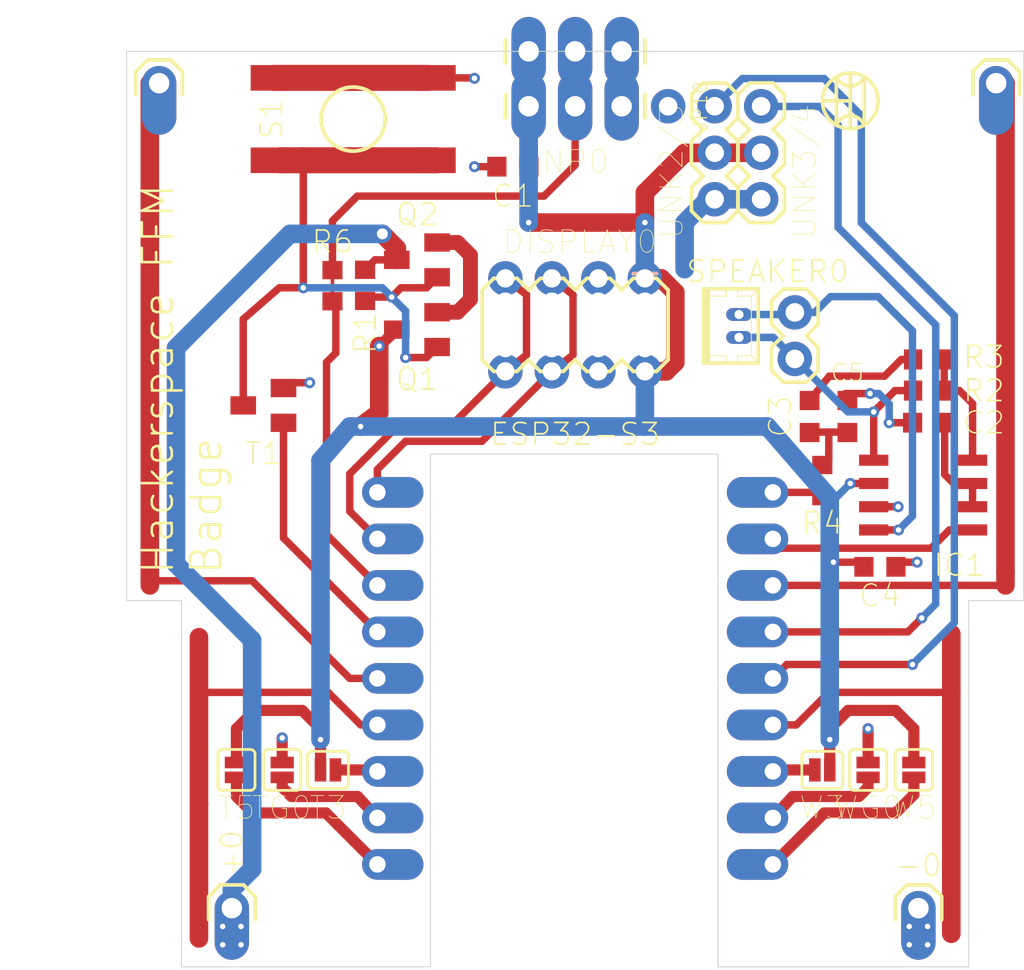
<source format=kicad_pcb>
(kicad_pcb (version 20241229) (generator "pcbnew") (generator_version "9.0")
  (layers (0 "F.Cu" signal) (2 "B.Cu" signal) (13 "F.Paste" user) (15 "B.Paste" user) (5 "F.SilkS" user "F.Silkscreen") (7 "B.SilkS" user "B.Silkscreen") (1 "F.Mask" user) (3 "B.Mask" user) (25 "Edge.Cuts" user))
  (net 0 "")
  (net 1 "GND")
  (net 2 "VCC")
  (net 3 "N$1")
  (net 4 "N$4")
  (net 5 "N$2")
  (net 6 "N$3")
  (net 7 "SCK")
  (net 8 "SDA")
  (net 9 "N$5")
  (net 10 "N$7")
  (net 11 "N$8")
  (net 12 "N$6")
  (net 13 "N$10")
  (net 14 "A")
  (net 15 "B")
  (net 16 "D")
  (net 17 "C")
  (net 18 "PWR")
  (net 19 "NP")
  (net 20 "2/3")
  (net 21 "3/4")
  (net 22 "N$9")
  (net 23 "N$11")
  (net 24 "N$12")
  (net 25 "N$13")
  (net 26 "SHUTDOWN")
  (net 27 "N$14")
  (net 28 "N$15")
  (net 29 "AUDIO")
  (net 30 "N$16")
  (footprint "dummyfp4" (layer "F.Cu") (at 135.2511 127.9536)
    (property "Reference" "UNK_HOLE_4" (hide yes))
    (property "Value" "")
    (pad "" np_thru_hole circle (at 0 0) (size 2.7 2.7) (drill 2.7) (layers "*.Cu" "*.Mask"))
  )
  (footprint "R0603" (layer "F.Cu") (at 137.0271 92.7856 90)
    (property "Reference" "R1" (at -1.397 0 90) (layer "F.SilkS") (effects (font (size 1.176528 1.176528) (thickness 0.093472)) (justify right)))
    (property "Value" "22K")
    (pad "1" smd rect (at -0.85 0 90) (size 1 1.1) (layers "F.Cu" "F.Mask" "F.Paste") (net 11 "N$8"))
    (pad "2" smd rect (at 0.85 0 90) (size 1 1.1) (layers "F.Cu" "F.Mask" "F.Paste") (net 10 "N$7"))
  )
  (footprint "JTP-1138EM" (layer "F.Cu") (at 136.3791 83.7036 180)
    (property "Reference" "S1" (at 5.148 0 90) (layer "F.SilkS") (effects (font (size 1.176528 1.176528) (thickness 0.093472)) (justify top)))
    (property "Value" "")
    (pad "1" smd rect (at -4.55 -2.25 180) (size 2.1 1.4) (layers "F.Cu" "F.Mask" "F.Paste") (net 11 "N$8"))
    (pad "2" smd rect (at 4.55 -2.25 180) (size 2.1 1.4) (layers "F.Cu" "F.Mask" "F.Paste") (net 11 "N$8"))
    (pad "3" smd rect (at -4.55 2.25 180) (size 2.1 1.4) (layers "F.Cu" "F.Mask" "F.Paste") (net 1 "GND"))
    (pad "4" smd rect (at 4.55 2.25 180) (size 2.1 1.4) (layers "F.Cu" "F.Mask" "F.Paste") (net 1 "GND"))
  )
  (footprint "C0603K" (layer "F.Cu") (at 163.3711 99.9496 90)
    (property "Reference" "C5" (at 1.838 0 0) (layer "F.SilkS") (effects (font (size 0.941222 0.941222) (thickness 0.074778)) (justify bottom)))
    (property "Value" "1nF")
    (pad "1" smd rect (at -0.875 0 90) (size 1.05 1.08) (layers "F.Cu" "F.Mask" "F.Paste") (net 28 "N$15"))
    (pad "2" smd rect (at 0.875 0 90) (size 1.05 1.08) (layers "F.Cu" "F.Mask" "F.Paste") (net 1 "GND"))
  )
  (footprint "C0603K" (layer "F.Cu") (at 145.1011 86.3036 180)
    (property "Reference" "C1" (at 0 -0.898 0) (layer "F.SilkS") (effects (font (size 1.195222 1.195222) (thickness 0.074778)) (justify top)))
    (property "Value" "1µF")
    (pad "1" smd rect (at -0.875 0 180) (size 1.05 1.08) (layers "F.Cu" "F.Mask" "F.Paste") (net 2 "VCC"))
    (pad "2" smd rect (at 0.875 0 180) (size 1.05 1.08) (layers "F.Cu" "F.Mask" "F.Paste") (net 1 "GND"))
  )
  (footprint "C0603K" (layer "F.Cu") (at 167.8091 100.2876 180)
    (property "Reference" "C2" (at -1.808 0 0) (layer "F.SilkS") (effects (font (size 1.195222 1.195222) (thickness 0.074778)) (justify left)))
    (property "Value" "1µF")
    (pad "1" smd rect (at -0.875 0 180) (size 1.05 1.08) (layers "F.Cu" "F.Mask" "F.Paste") (net 25 "N$13"))
    (pad "2" smd rect (at 0.875 0 180) (size 1.05 1.08) (layers "F.Cu" "F.Mask" "F.Paste") (net 1 "GND"))
  )
  (footprint "dummyfp6" (layer "F.Cu") (at 129.0011 83.5036)
    (property "Reference" "UNK_HOLE_6" (hide yes))
    (property "Value" "")
    (pad "" np_thru_hole circle (at 0 0) (size 2.7 2.7) (drill 2.7) (layers "*.Cu" "*.Mask"))
  )
  (footprint "SMT-JUMPER_2_NO_SILK" (layer "F.Cu") (at 164.5011 119.2536 -90)
    (property "Reference" "WG0" (at 1.343 0 0) (layer "F.SilkS") (effects (font (size 1.230986 1.230986) (thickness 0.039014)) (justify top)))
    (property "Value" "JUMPER-SMT_2_NO_SILK" (hide yes))
    (pad "1" smd rect (at -0.4064 0 270) (size 0.635 1.27) (layers "F.Cu" "F.Mask") (net 1 "GND"))
    (pad "2" smd rect (at 0.4064 0 270) (size 0.635 1.27) (layers "F.Cu" "F.Mask") (net 4 "N$4"))
  )
  (footprint "C0603K" (layer "F.Cu") (at 165.1491 108.1596)
    (property "Reference" "C4" (at 0 0.874 0) (layer "F.SilkS") (effects (font (size 1.195222 1.195222) (thickness 0.074778)) (justify top)))
    (property "Value" "1µF")
    (pad "1" smd rect (at -0.875 0) (size 1.05 1.08) (layers "F.Cu" "F.Mask" "F.Paste") (net 2 "VCC"))
    (pad "2" smd rect (at 0.875 0) (size 1.05 1.08) (layers "F.Cu" "F.Mask" "F.Paste") (net 1 "GND"))
  )
  (footprint "ESP32-S3-MINI" (layer "F.Cu") (at 148.5011 126.0036 180)
    (property "Reference" "ESP32-S3" (at 0 25.781 0) (layer "F.SilkS") (effects (font (size 1.176528 1.176528) (thickness 0.093472)) (justify top)))
    (property "Value" "ESP32-S3-MINI")
    (pad "1" thru_hole oval (at -10.8 9.21 180) (size 3.3528 1.6764) (drill 0.9 (offset 0.8382 0)) (layers "*.Cu" "*.Mask") (net 14 "A"))
    (pad "2" thru_hole oval (at -10.8 11.75 180) (size 3.3528 1.6764) (drill 0.9 (offset 0.8382 0)) (layers "*.Cu" "*.Mask") (net 20 "2/3"))
    (pad "3" thru_hole oval (at -10.8 14.29 180) (size 3.3528 1.6764) (drill 0.9 (offset 0.8382 0)) (layers "*.Cu" "*.Mask") (net 21 "3/4"))
    (pad "3V3" thru_hole oval (at -10.8 6.67 180) (size 3.3528 1.6764) (drill 0.9 (offset 0.8382 0)) (layers "*.Cu" "*.Mask") (net 3 "N$1"))
    (pad "4" thru_hole oval (at -10.8 16.83 180) (size 3.3528 1.6764) (drill 0.9 (offset 0.8382 0)) (layers "*.Cu" "*.Mask") (net 15 "B"))
    (pad "5" thru_hole oval (at -10.8 19.37 180) (size 3.3528 1.6764) (drill 0.9 (offset 0.8382 0)) (layers "*.Cu" "*.Mask") (net 26 "SHUTDOWN"))
    (pad "5V" thru_hole oval (at -10.8 1.59 180) (size 3.3528 1.6764) (drill 0.9 (offset 0.8382 0)) (layers "*.Cu" "*.Mask") (net 12 "N$6"))
    (pad "6" thru_hole oval (at -10.8 21.91 180) (size 3.3528 1.6764) (drill 0.9 (offset 0.8382 0)) (layers "*.Cu" "*.Mask") (net 29 "AUDIO"))
    (pad "7" thru_hole oval (at 10.8 21.91) (size 3.3528 1.6764) (drill 0.9 (offset 0.8382 0)) (layers "*.Cu" "*.Mask") (net 7 "SCK"))
    (pad "8" thru_hole oval (at 10.8 19.37) (size 3.3528 1.6764) (drill 0.9 (offset 0.8382 0)) (layers "*.Cu" "*.Mask") (net 8 "SDA"))
    (pad "9" thru_hole oval (at 10.8 16.83) (size 3.3528 1.6764) (drill 0.9 (offset 0.8382 0)) (layers "*.Cu" "*.Mask") (net 19 "NP"))
    (pad "10" thru_hole oval (at 10.8 14.29) (size 3.3528 1.6764) (drill 0.9 (offset 0.8382 0)) (layers "*.Cu" "*.Mask") (net 18 "PWR"))
    (pad "11" thru_hole oval (at 10.8 11.75) (size 3.3528 1.6764) (drill 0.9 (offset 0.8382 0)) (layers "*.Cu" "*.Mask") (net 16 "D"))
    (pad "12" thru_hole oval (at 10.8 9.21) (size 3.3528 1.6764) (drill 0.9 (offset 0.8382 0)) (layers "*.Cu" "*.Mask") (net 17 "C"))
    (pad "13" thru_hole oval (at 10.8 6.67) (size 3.3528 1.6764) (drill 0.9 (offset 0.8382 0)) (layers "*.Cu" "*.Mask") (net 5 "N$2"))
    (pad "GND" thru_hole oval (at -10.8 4.13 180) (size 3.3528 1.6764) (drill 0.9 (offset 0.8382 0)) (layers "*.Cu" "*.Mask") (net 4 "N$4"))
    (pad "RX" thru_hole oval (at 10.8 4.13) (size 3.3528 1.6764) (drill 0.9 (offset 0.8382 0)) (layers "*.Cu" "*.Mask") (net 6 "N$3"))
    (pad "TX" thru_hole oval (at 10.8 1.59) (size 3.3528 1.6764) (drill 0.9 (offset 0.8382 0)) (layers "*.Cu" "*.Mask") (net 13 "N$10"))
  )
  (footprint "dummyfp7" (layer "F.Cu") (at 168.0011 83.5036)
    (property "Reference" "UNK_HOLE_7" (hide yes))
    (property "Value" "")
    (pad "" np_thru_hole circle (at 0 0) (size 2.7 2.7) (drill 2.7) (layers "*.Cu" "*.Mask"))
  )
  (footprint "SMT-JUMPER_2_NO_SILK" (layer "F.Cu") (at 167.0011 119.2536 -90)
    (property "Reference" "W5" (at 1.343 0 0) (layer "F.SilkS") (effects (font (size 1.230986 1.230986) (thickness 0.039014)) (justify top)))
    (property "Value" "JUMPER-SMT_2_NO_SILK" (hide yes))
    (pad "1" smd rect (at -0.4064 0 270) (size 0.635 1.27) (layers "F.Cu" "F.Mask") (net 2 "VCC"))
    (pad "2" smd rect (at 0.4064 0 270) (size 0.635 1.27) (layers "F.Cu" "F.Mask") (net 12 "N$6"))
  )
  (footprint "1X03_LONGPADS" (layer "F.Cu") (at 151.0411 83.0036 180)
    (property "Reference" "NP0" (at 2.518 -2.306 0) (layer "F.SilkS") (effects (font (size 1.230986 1.230986) (thickness 0.039014)) (justify top)))
    (property "Value" "455-1750-1-ND")
    (pad "1" thru_hole oval (at 0 0 270) (size 3.7592 1.8796) (drill 1.1176) (layers "*.Cu" "*.Mask") (net 1 "GND"))
    (pad "2" thru_hole oval (at 2.54 0 270) (size 3.7592 1.8796) (drill 1.1176) (layers "*.Cu" "*.Mask") (net 30 "N$16"))
    (pad "3" thru_hole oval (at 5.08 0 270) (size 3.7592 1.8796) (drill 1.1176) (layers "*.Cu" "*.Mask") (net 2 "VCC"))
  )
  (footprint "1X01_OFFSET" (layer "F.Cu") (at 129.7511 126.8036 180)
    (property "Reference" "+0" (at 0 1.6418 90) (layer "F.SilkS") (effects (font (size 1.176528 1.176528) (thickness 0.093472)) (justify left)))
    (property "Value" "M01OFFSET" (hide yes))
    (pad "1" thru_hole oval (at 0 0 270) (size 3.7592 1.8796) (drill 1.1176 (offset 0.9398 0)) (layers "*.Cu" "*.Mask") (net 10 "N$7"))
  )
  (footprint "C0603K" (layer "F.Cu") (at 161.3091 99.9496 90)
    (property "Reference" "C3" (at 0 -0.904 90) (layer "F.SilkS") (effects (font (size 1.195222 1.195222) (thickness 0.074778)) (justify bottom)))
    (property "Value" "1µF")
    (pad "1" smd rect (at -0.875 0 90) (size 1.05 1.08) (layers "F.Cu" "F.Mask" "F.Paste") (net 28 "N$15"))
    (pad "2" smd rect (at 0.875 0 90) (size 1.05 1.08) (layers "F.Cu" "F.Mask" "F.Paste") (net 27 "N$14"))
  )
  (footprint "SOIC8" (layer "F.Cu") (at 167.5091 104.2416 90)
    (property "Reference" "IC1" (at -3.137 0.487 0) (layer "F.SilkS") (effects (font (size 1.176528 1.176528) (thickness 0.093472)) (justify left top)))
    (property "Value" "LM4861M")
    (pad "1" smd rect (at -1.905 2.7 90) (size 0.61 1.6) (layers "F.Cu" "F.Mask" "F.Paste") (net 26 "SHUTDOWN"))
    (pad "2" smd rect (at -0.635 2.7 90) (size 0.61 1.6) (layers "F.Cu" "F.Mask" "F.Paste") (net 25 "N$13"))
    (pad "3" smd rect (at 0.635 2.7 90) (size 0.61 1.6) (layers "F.Cu" "F.Mask" "F.Paste") (net 25 "N$13"))
    (pad "4" smd rect (at 1.905 2.7 90) (size 0.61 1.6) (layers "F.Cu" "F.Mask" "F.Paste") (net 24 "N$12"))
    (pad "5" smd rect (at 1.905 -2.7 90) (size 0.61 1.6) (layers "F.Cu" "F.Mask" "F.Paste") (net 23 "N$11"))
    (pad "6" smd rect (at 0.635 -2.7 90) (size 0.61 1.6) (layers "F.Cu" "F.Mask" "F.Paste") (net 2 "VCC"))
    (pad "7" smd rect (at -0.635 -2.7 90) (size 0.61 1.6) (layers "F.Cu" "F.Mask" "F.Paste") (net 1 "GND"))
    (pad "8" smd rect (at -1.905 -2.7 90) (size 0.61 1.6) (layers "F.Cu" "F.Mask" "F.Paste") (net 22 "N$9"))
  )
  (footprint "SMT-JUMPER_2_NO_SILK" (layer "F.Cu") (at 132.5011 119.2536 -90)
    (property "Reference" "TG0" (at 1.343 0.036 0) (layer "F.SilkS") (effects (font (size 1.230986 1.230986) (thickness 0.039014)) (justify top)))
    (property "Value" "JUMPER-SMT_2_NO_SILK" (hide yes))
    (pad "1" smd rect (at -0.4064 0 270) (size 0.635 1.27) (layers "F.Cu" "F.Mask") (net 1 "GND"))
    (pad "2" smd rect (at 0.4064 0 270) (size 0.635 1.27) (layers "F.Cu" "F.Mask") (net 6 "N$3"))
  )
  (footprint "1X03" (layer "F.Cu") (at 158.6611 88.0836 90)
    (property "Reference" "UNK3/4" (at 1.524 1.651 90) (layer "F.SilkS") (effects (font (size 1.230986 1.230986) (thickness 0.039014)) (justify top)))
    (property "Value" "455-1750-1-ND")
    (pad "1" thru_hole circle (at 0 0 180) (size 1.8796 1.8796) (drill 1.016) (layers "*.Cu" "*.Mask") (net 1 "GND"))
    (pad "2" thru_hole circle (at 2.54 0 180) (size 1.8796 1.8796) (drill 1.016) (layers "*.Cu" "*.Mask") (net 2 "VCC"))
    (pad "3" thru_hole circle (at 5.08 0 180) (size 1.8796 1.8796) (drill 1.016) (layers "*.Cu" "*.Mask") (net 21 "3/4"))
  )
  (footprint "SOT23-3PIN" (layer "F.Cu") (at 139.8611 95.2036 90)
    (property "Reference" "Q1" (at -2.019 0.017 0) (layer "F.SilkS") (effects (font (size 1.176528 1.176528) (thickness 0.093472)) (justify top)))
    (property "Value" "AO3415A" (hide yes))
    (pad "1" smd rect (at -0.95 1.1 90) (size 1 1.4) (layers "F.Cu" "F.Mask" "F.Paste") (net 11 "N$8"))
    (pad "2" smd rect (at 0.95 1.1 90) (size 1 1.4) (layers "F.Cu" "F.Mask" "F.Paste") (net 9 "N$5"))
    (pad "3" smd rect (at 0 -1.1 90) (size 1 1.4) (layers "F.Cu" "F.Mask" "F.Paste") (net 2 "VCC"))
  )
  (footprint "2X4-DRILL" (layer "F.Cu") (at 152.3111 93.6736 180)
    (property "Reference" "DISPLAY0" (at 3.556 2.54 0) (layer "F.SilkS") (effects (font (size 1.230986 1.230986) (thickness 0.039014)) (justify bottom)))
    (property "Value" "2X04DRILL")
    (pad "" np_thru_hole circle (at 0 -2.54 180) (size 1 1) (drill 1) (layers "*.Cu" "*.Mask"))
    (pad "" np_thru_hole circle (at 0 0 180) (size 1 1) (drill 1) (layers "*.Cu" "*.Mask"))
    (pad "" np_thru_hole circle (at 2.54 -2.54 180) (size 1 1) (drill 1) (layers "*.Cu" "*.Mask"))
    (pad "" np_thru_hole circle (at 2.54 0 180) (size 1 1) (drill 1) (layers "*.Cu" "*.Mask"))
    (pad "" np_thru_hole circle (at 5.08 -2.54 180) (size 1 1) (drill 1) (layers "*.Cu" "*.Mask"))
    (pad "" np_thru_hole circle (at 5.08 0 180) (size 1 1) (drill 1) (layers "*.Cu" "*.Mask"))
    (pad "" np_thru_hole circle (at 7.62 -2.54 180) (size 1 1) (drill 1) (layers "*.Cu" "*.Mask"))
    (pad "" np_thru_hole circle (at 7.62 0 180) (size 1 1) (drill 1) (layers "*.Cu" "*.Mask"))
    (pad "1A" thru_hole circle (at 0 1.27 180) (size 1.8796 1.8796) (drill 1) (layers "*.Cu" "*.Mask") (net 2 "VCC"))
    (pad "2A" thru_hole circle (at 0 -3.81 180) (size 1.8796 1.8796) (drill 1) (layers "*.Cu" "*.Mask") (net 2 "VCC"))
    (pad "3A" thru_hole circle (at 2.54 1.27 180) (size 1.8796 1.8796) (drill 1) (layers "*.Cu" "*.Mask") (net 1 "GND"))
    (pad "4A" thru_hole circle (at 2.54 -3.81 180) (size 1.8796 1.8796) (drill 1) (layers "*.Cu" "*.Mask") (net 1 "GND"))
    (pad "5A" thru_hole circle (at 5.08 1.27 180) (size 1.8796 1.8796) (drill 1) (layers "*.Cu" "*.Mask") (net 7 "SCK"))
    (pad "6A" thru_hole circle (at 5.08 -3.81 180) (size 1.8796 1.8796) (drill 1) (layers "*.Cu" "*.Mask") (net 7 "SCK"))
    (pad "7A" thru_hole circle (at 7.62 1.27 180) (size 1.8796 1.8796) (drill 1) (layers "*.Cu" "*.Mask") (net 8 "SDA"))
    (pad "8A" thru_hole circle (at 7.62 -3.81 180) (size 1.8796 1.8796) (drill 1) (layers "*.Cu" "*.Mask") (net 8 "SDA"))
  )
  (footprint "dummyfp2" (layer "F.Cu") (at 163.7511 95.4536)
    (property "Reference" "UNK_HOLE_2" (hide yes))
    (property "Value" "")
    (pad "" np_thru_hole circle (at 0 0) (size 3 3) (drill 3) (layers "*.Cu" "*.Mask"))
  )
  (footprint "SMT-JUMPER_2_NO_SILK" (layer "F.Cu") (at 130.0011 119.2536 90)
    (property "Reference" "T5" (at -1.343 0.014 0) (layer "F.SilkS") (effects (font (size 1.230986 1.230986) (thickness 0.039014)) (justify top)))
    (property "Value" "JUMPER-SMT_2_NO_SILK" (hide yes))
    (pad "1" smd rect (at -0.4064 0 90) (size 0.635 1.27) (layers "F.Cu" "F.Mask") (net 13 "N$10"))
    (pad "2" smd rect (at 0.4064 0 90) (size 0.635 1.27) (layers "F.Cu" "F.Mask") (net 2 "VCC"))
  )
  (footprint "53047-02" (layer "F.Cu") (at 157.0011 95.0036 -90)
    (property "Reference" "SPEAKER0" (at -2.29 -2.007 0) (layer "F.SilkS") (effects (font (size 1.176528 1.176528) (thickness 0.093472)) (justify bottom)))
    (property "Value" "53047-02")
    (pad "1" thru_hole oval (at 0.625 -0.45) (size 1.3968 0.6984) (drill 0.5) (layers "*.Cu" "*.Mask") (net 23 "N$11"))
    (pad "2" thru_hole oval (at -0.625 -0.45) (size 1.3968 0.6984) (drill 0.5) (layers "*.Cu" "*.Mask") (net 22 "N$9"))
  )
  (footprint "SOT23-3PIN" (layer "F.Cu") (at 139.8611 91.3936 90)
    (property "Reference" "Q2" (at 1.791 0.017 0) (layer "F.SilkS") (effects (font (size 1.176528 1.176528) (thickness 0.093472)) (justify bottom)))
    (property "Value" "AO3415A" (hide yes))
    (pad "1" smd rect (at -0.95 1.1 90) (size 1 1.4) (layers "F.Cu" "F.Mask" "F.Paste") (net 11 "N$8"))
    (pad "2" smd rect (at 0.95 1.1 90) (size 1 1.4) (layers "F.Cu" "F.Mask" "F.Paste") (net 9 "N$5"))
    (pad "3" smd rect (at 0 -1.1 90) (size 1 1.4) (layers "F.Cu" "F.Mask" "F.Paste") (net 10 "N$7"))
  )
  (footprint "1X01_OFFSET" (layer "F.Cu") (at 167.2511 126.8036 180)
    (property "Reference" "-0" (at 0 1.6418 0) (layer "F.SilkS") (effects (font (size 1.176528 1.176528) (thickness 0.093472)) (justify bottom)))
    (property "Value" "M01OFFSET" (hide yes))
    (pad "1" thru_hole oval (at 0 0 270) (size 3.7592 1.8796) (drill 1.1176 (offset 0.9398 0)) (layers "*.Cu" "*.Mask") (net 1 "GND"))
  )
  (footprint "R0603" (layer "F.Cu") (at 162.0011 103.4476 -90)
    (property "Reference" "R4" (at 1.637 0 0) (layer "F.SilkS") (effects (font (size 1.176528 1.176528) (thickness 0.093472)) (justify top)))
    (property "Value" "1K")
    (pad "1" smd rect (at -0.85 0 270) (size 1 1.1) (layers "F.Cu" "F.Mask" "F.Paste") (net 28 "N$15"))
    (pad "2" smd rect (at 0.85 0 270) (size 1 1.1) (layers "F.Cu" "F.Mask" "F.Paste") (net 29 "AUDIO"))
  )
  (footprint "1X02" (layer "F.Cu") (at 160.5011 96.8036 90)
    (property "Reference" "J1" (hide yes))
    (property "Value" "")
    (pad "1" thru_hole circle (at 0 0 180) (size 1.8796 1.8796) (drill 1.016) (layers "*.Cu" "*.Mask") (net 23 "N$11"))
    (pad "2" thru_hole circle (at 2.54 0 180) (size 1.8796 1.8796) (drill 1.016) (layers "*.Cu" "*.Mask") (net 22 "N$9"))
  )
  (footprint "R0603" (layer "F.Cu") (at 135.2471 92.8036 90)
    (property "Reference" "R6" (at 1.719 0 0) (layer "F.SilkS") (effects (font (size 1.176528 1.176528) (thickness 0.093472)) (justify bottom)))
    (property "Value" "470R")
    (pad "1" smd rect (at -0.85 0 90) (size 1 1.1) (layers "F.Cu" "F.Mask" "F.Paste") (net 19 "NP"))
    (pad "2" smd rect (at 0.85 0 90) (size 1 1.1) (layers "F.Cu" "F.Mask" "F.Paste") (net 30 "N$16"))
  )
  (footprint "1X01_OFFSET" (layer "F.Cu") (at 171.4991 81.7436 180)
    (property "Reference" "JP9" (hide yes))
    (property "Value" "M01OFFSET")
    (pad "1" thru_hole oval (at 0 0 270) (size 3.7592 1.8796) (drill 1.1176 (offset 0.9398 0)) (layers "*.Cu" "*.Mask") (net 15 "B"))
  )
  (footprint "dummyfp9" (layer "F.Cu") (at 168.0011 90.0036)
    (property "Reference" "UNK_HOLE_9" (hide yes))
    (property "Value" "")
    (pad "" np_thru_hole circle (at 0 0) (size 2.7 2.7) (drill 2.7) (layers "*.Cu" "*.Mask"))
  )
  (footprint "dummyfp8" (layer "F.Cu") (at 129.0011 90.0036)
    (property "Reference" "UNK_HOLE_8" (hide yes))
    (property "Value" "")
    (pad "" np_thru_hole circle (at 0 0) (size 2.7 2.7) (drill 2.7) (layers "*.Cu" "*.Mask"))
  )
  (footprint "R0603" (layer "F.Cu") (at 167.8091 96.8336)
    (property "Reference" "R3" (at 1.808 -0.127 0) (layer "F.SilkS") (effects (font (size 1.176528 1.176528) (thickness 0.093472)) (justify left)))
    (property "Value" "22K")
    (pad "1" smd rect (at -0.85 0) (size 1 1.1) (layers "F.Cu" "F.Mask" "F.Paste") (net 27 "N$14"))
    (pad "2" smd rect (at 0.85 0) (size 1 1.1) (layers "F.Cu" "F.Mask" "F.Paste") (net 24 "N$12"))
  )
  (footprint "dummyfp5" (layer "F.Cu") (at 161.7511 127.9536)
    (property "Reference" "UNK_HOLE_5" (hide yes))
    (property "Value" "")
    (pad "" np_thru_hole circle (at 0 0) (size 2.7 2.7) (drill 2.7) (layers "*.Cu" "*.Mask"))
  )
  (footprint "M01_1X01" (layer "F.Cu") (at 153.5811 83.0036)
    (property "Reference" "JP10" (hide yes))
    (property "Value" "M01PTH" (hide yes))
    (fp_text user "${REFERENCE}" (at 1.3208 0 90) (layer "F.SilkS") (effects (font (size 0.747776 0.747776) (thickness 0.065024)) (justify top)))
    (pad "1" thru_hole circle (at 0 0 90) (size 1.8796 1.8796) (drill 1.016) (layers "*.Cu" "*.Mask") (net 1 "GND"))
  )
  (footprint "SMT-JUMPER_2_NO_SILK" (layer "F.Cu") (at 135.0011 119.2536)
    (property "Reference" "T3" (at 0 1.343 0) (layer "F.SilkS") (effects (font (size 1.230986 1.230986) (thickness 0.039014)) (justify top)))
    (property "Value" "JUMPER-SMT_2_NO_SILK" (hide yes))
    (pad "1" smd rect (at -0.4064 0) (size 0.635 1.27) (layers "F.Cu" "F.Mask") (net 2 "VCC"))
    (pad "2" smd rect (at 0.4064 0) (size 0.635 1.27) (layers "F.Cu" "F.Mask") (net 5 "N$2"))
  )
  (footprint "SOT23" (layer "F.Cu") (at 131.4731 99.3436 90)
    (property "Reference" "T1" (at -1.937 0 0) (layer "F.SilkS") (effects (font (size 1.176528 1.176528) (thickness 0.093472)) (justify top)))
    (property "Value" "MMUN2213LT1G")
    (pad "1" smd rect (at -0.95 1.1 90) (size 1 1.4) (layers "F.Cu" "F.Mask" "F.Paste") (net 18 "PWR"))
    (pad "2" smd rect (at 0.95 1.1 90) (size 1 1.4) (layers "F.Cu" "F.Mask" "F.Paste") (net 1 "GND"))
    (pad "3" smd rect (at 0 -1.1 90) (size 1 1.4) (layers "F.Cu" "F.Mask" "F.Paste") (net 11 "N$8"))
  )
  (footprint "1X03" (layer "F.Cu") (at 156.1211 88.0836 90)
    (property "Reference" "UNK2/3" (at 1.524 -1.629 90) (layer "F.SilkS") (effects (font (size 1.230986 1.230986) (thickness 0.039014)) (justify bottom)))
    (property "Value" "455-1750-1-ND")
    (pad "1" thru_hole circle (at 0 0 180) (size 1.8796 1.8796) (drill 1.016) (layers "*.Cu" "*.Mask") (net 1 "GND"))
    (pad "2" thru_hole circle (at 2.54 0 180) (size 1.8796 1.8796) (drill 1.016) (layers "*.Cu" "*.Mask") (net 2 "VCC"))
    (pad "3" thru_hole circle (at 5.08 0 180) (size 1.8796 1.8796) (drill 1.016) (layers "*.Cu" "*.Mask") (net 20 "2/3"))
  )
  (footprint "dummyfp0" (layer "F.Cu") (at 133.2511 123.9536)
    (property "Reference" "UNK_HOLE_0" (hide yes))
    (property "Value" "")
    (pad "" np_thru_hole circle (at 0 0) (size 3 3) (drill 3) (layers "*.Cu" "*.Mask"))
  )
  (footprint "1X03_LONGPADS" (layer "F.Cu") (at 151.0411 80.0036 180)
    (property "Reference" "J3" (hide yes))
    (property "Value" "455-1750-1-ND")
    (pad "1" thru_hole oval (at 0 0 270) (size 3.7592 1.8796) (drill 1.1176) (layers "*.Cu" "*.Mask") (net 1 "GND"))
    (pad "2" thru_hole oval (at 2.54 0 270) (size 3.7592 1.8796) (drill 1.1176) (layers "*.Cu" "*.Mask") (net 30 "N$16"))
    (pad "3" thru_hole oval (at 5.08 0 270) (size 3.7592 1.8796) (drill 1.1176) (layers "*.Cu" "*.Mask") (net 2 "VCC"))
  )
  (footprint "dummyfp1" (layer "F.Cu") (at 163.7511 123.9536)
    (property "Reference" "UNK_HOLE_1" (hide yes))
    (property "Value" "")
    (pad "" np_thru_hole circle (at 0 0) (size 3 3) (drill 3) (layers "*.Cu" "*.Mask"))
  )
  (footprint "SMT-JUMPER_2_NO_SILK" (layer "F.Cu") (at 162.0011 119.2536 180)
    (property "Reference" "W3" (at 0 -1.343 0) (layer "F.SilkS") (effects (font (size 1.230986 1.230986) (thickness 0.039014)) (justify top)))
    (property "Value" "JUMPER-SMT_2_NO_SILK" (hide yes))
    (pad "1" smd rect (at -0.4064 0 180) (size 0.635 1.27) (layers "F.Cu" "F.Mask") (net 2 "VCC"))
    (pad "2" smd rect (at 0.4064 0 180) (size 0.635 1.27) (layers "F.Cu" "F.Mask") (net 3 "N$1"))
  )
  (footprint "R0603" (layer "F.Cu") (at 167.8091 98.5336 180)
    (property "Reference" "R2" (at -1.808 0 0) (layer "F.SilkS") (effects (font (size 1.176528 1.176528) (thickness 0.093472)) (justify left)))
    (property "Value" "22K")
    (pad "1" smd rect (at -0.85 0 180) (size 1 1.1) (layers "F.Cu" "F.Mask" "F.Paste") (net 24 "N$12"))
    (pad "2" smd rect (at 0.85 0 180) (size 1 1.1) (layers "F.Cu" "F.Mask" "F.Paste") (net 23 "N$11"))
  )
  (footprint "1X01_OFFSET" (layer "F.Cu") (at 125.7791 81.7436 180)
    (property "Reference" "JP11" (hide yes))
    (property "Value" "M01OFFSET")
    (pad "1" thru_hole oval (at 0 0 270) (size 3.7592 1.8796) (drill 1.1176 (offset 0.9398 0)) (layers "*.Cu" "*.Mask") (net 16 "D"))
  )
  (footprint "dummyfp3" (layer "F.Cu") (at 133.2511 95.4536)
    (property "Reference" "UNK_HOLE_3" (hide yes))
    (property "Value" "")
    (pad "" np_thru_hole circle (at 0 0) (size 3 3) (drill 3) (layers "*.Cu" "*.Mask"))
  )
  (gr_line (start 163.5291 82.7116) (end 163.5291 81.1876) (stroke (width 0.2)) (layer "F.SilkS"))
  (gr_line (start 162.7671 84.0324) (end 162.7671 81.3908) (stroke (width 0.2)) (layer "F.SilkS"))
  (gr_line (start 164.2911 84.0324) (end 164.2911 81.3908) (stroke (width 0.2)) (layer "F.SilkS"))
  (gr_line (start 163.5291 82.7116) (end 162.0051 82.7116) (stroke (width 0.2)) (layer "F.SilkS"))
  (gr_line (start 163.5291 84.2356) (end 163.5291 82.7116) (stroke (width 0.2)) (layer "F.SilkS"))
  (gr_arc (start 162.7671 84.0324) (mid 163.5291 83.523248) (end 164.2911 84.0324) (stroke (width 0.2)) (layer "F.SilkS"))
  (gr_circle (center 163.5291 82.7116) (end 165.0531 82.7116) (stroke (width 0.2)) (fill no) (layer "F.SilkS"))
  (gr_arc (start 164.2911 81.3908) (mid 163.529101 81.899953) (end 162.767101 81.390801) (stroke (width 0.2)) (layer "F.SilkS"))
  (gr_line (start 140.6011 130.0036) (end 140.6011 102.0036) (stroke (width 0.05)) (layer "Edge.Cuts"))
  (gr_line (start 170.0011 110.0036) (end 173.0011 110.0036) (stroke (width 0.05)) (layer "Edge.Cuts"))
  (gr_line (start 127.0011 110.0036) (end 127.0011 130.0036) (stroke (width 0.05)) (layer "Edge.Cuts"))
  (gr_line (start 124.0011 80.0036) (end 124.0011 110.0036) (stroke (width 0.05)) (layer "Edge.Cuts"))
  (gr_line (start 173.0011 110.0036) (end 173.0011 80.0036) (stroke (width 0.05)) (layer "Edge.Cuts"))
  (gr_line (start 173.0011 80.0036) (end 124.0011 80.0036) (stroke (width 0.05)) (layer "Edge.Cuts"))
  (gr_line (start 127.0011 130.0036) (end 140.6011 130.0036) (stroke (width 0.05)) (layer "Edge.Cuts"))
  (gr_line (start 170.0011 130.0036) (end 170.0011 110.0036) (stroke (width 0.05)) (layer "Edge.Cuts"))
  (gr_line (start 124.0011 110.0036) (end 127.0011 110.0036) (stroke (width 0.05)) (layer "Edge.Cuts"))
  (gr_line (start 156.3011 130.0036) (end 170.0011 130.0036) (stroke (width 0.05)) (layer "Edge.Cuts"))
  (gr_line (start 156.3011 130.0036) (end 156.3011 102.0036) (stroke (width 0.05)) (layer "Edge.Cuts"))
  (gr_line (start 156.3011 102.0036) (end 140.6011 102.0036) (stroke (width 0.05)) (layer "Edge.Cuts"))
  (gr_text "Hackerspace FFM\nBadge" (at 124.7631 108.6676 90) (layer "F.SilkS") (effects (font (size 1.63576 1.63576) (thickness 0.14224)) (justify left top)))
  (segment (start 132.0391 81.4536) (end 131.8291 81.4536) (width 1.016) (layer "F.Cu") (net 1))
  (segment (start 132.8631 98.1036) (end 134.0011 98.1036) (width 0.4064) (layer "F.Cu") (net 1))
  (segment (start 166.0241 108.1596) (end 166.2781 107.9056) (width 0.4064) (layer "F.Cu") (net 1))
  (segment (start 164.5011 118.8472) (end 164.5011 117.0036) (width 0.6096) (layer "F.Cu") (net 1))
  (segment (start 132.5731 98.3936) (end 132.8631 98.1036) (width 0.4064) (layer "F.Cu") (net 1))
  (segment (start 132.5011 118.8472) (end 132.5011 117.5036) (width 0.6096) (layer "F.Cu") (net 1))
  (segment (start 144.2261 86.3036) (end 143.0011 86.3036) (width 0.4064) (layer "F.Cu") (net 1))
  (segment (start 164.8091 104.8766) (end 166.1441 104.8766) (width 0.4064) (layer "F.Cu") (net 1))
  (segment (start 163.2591 98.6956) (end 164.6091 98.6956) (width 0.4064) (layer "F.Cu") (net 1))
  (segment (start 163.2591 98.9626) (end 163.2591 98.6956) (width 0.4064) (layer "F.Cu") (net 1))
  (segment (start 166.9341 100.2876) (end 165.6571 100.2876) (width 0.4064) (layer "F.Cu") (net 1))
  (segment (start 143.0011 81.4536) (end 143.0011 81.4776) (width 0.4064) (layer "F.Cu") (net 1))
  (segment (start 163.3711 99.0746) (end 163.2591 98.9626) (width 0.4064) (layer "F.Cu") (net 1))
  (segment (start 140.9291 81.4536) (end 143.0011 81.4536) (width 0.4064) (layer "F.Cu") (net 1))
  (segment (start 132.0391 81.4536) (end 140.4611 81.4536) (width 1.4224) (layer "F.Cu") (net 1))
  (segment (start 166.2781 107.9056) (end 167.1811 107.9056) (width 0.4064) (layer "F.Cu") (net 1))
  (via (at 165.6571 100.2876) (size 0.6) (drill 0.3) (layers "F.Cu" "B.Cu") (net 1))
  (via (at 132.5011 117.5036) (size 0.6) (drill 0.3) (layers "F.Cu" "B.Cu") (net 1))
  (via (at 134.0011 98.1036) (size 0.6) (drill 0.3) (layers "F.Cu" "B.Cu") (net 1))
  (via (at 164.5011 117.0036) (size 0.6) (drill 0.3) (layers "F.Cu" "B.Cu") (net 1))
  (via (at 164.6091 98.6956) (size 0.6) (drill 0.3) (layers "F.Cu" "B.Cu") (net 1))
  (via (at 167.1811 107.9056) (size 0.6) (drill 0.3) (layers "F.Cu" "B.Cu") (net 1))
  (via (at 166.1441 104.8766) (size 0.6) (drill 0.3) (layers "F.Cu" "B.Cu") (net 1))
  (via (at 166.7511 128.8036) (size 0.6) (drill 0.3) (layers "F.Cu" "B.Cu") (net 1))
  (via (at 167.7511 127.8036) (size 0.6) (drill 0.3) (layers "F.Cu" "B.Cu") (net 1))
  (via (at 166.7511 127.8036) (size 0.6) (drill 0.3) (layers "F.Cu" "B.Cu") (net 1))
  (via (at 143.0011 81.4776) (size 0.6) (drill 0.3) (layers "F.Cu" "B.Cu") (net 1))
  (via (at 167.7511 128.8036) (size 0.6) (drill 0.3) (layers "F.Cu" "B.Cu") (net 1))
  (via (at 143.0011 86.3036) (size 0.6) (drill 0.3) (layers "F.Cu" "B.Cu") (net 1))
  (segment (start 165.6571 99.2696) (end 165.0831 98.6956) (width 0.4064) (layer "B.Cu") (net 1))
  (segment (start 167.7511 128.8036) (end 167.7511 127.8036) (width 0.6096) (layer "B.Cu") (net 1))
  (segment (start 156.1211 88.0836) (end 158.6611 88.0836) (width 1.016) (layer "B.Cu") (net 1))
  (segment (start 154.4811 89.3636) (end 154.4811 91.9036) (width 1.016) (layer "B.Cu") (net 1))
  (segment (start 155.7611 88.0836) (end 154.4811 89.3636) (width 1.016) (layer "B.Cu") (net 1))
  (segment (start 167.7511 127.8036) (end 167.7511 127.3036) (width 0.6096) (layer "B.Cu") (net 1))
  (segment (start 167.7511 127.3036) (end 167.2511 126.8036) (width 0.6096) (layer "B.Cu") (net 1))
  (segment (start 164.6091 98.6956) (end 164.8291 98.6956) (width 0.4064) (layer "B.Cu") (net 1))
  (segment (start 166.7511 128.8036) (end 167.7511 128.8036) (width 0.4064) (layer "B.Cu") (net 1))
  (segment (start 167.7511 127.8036) (end 166.7511 127.8036) (width 0.4064) (layer "B.Cu") (net 1))
  (segment (start 165.6571 100.2876) (end 165.6571 99.2696) (width 0.4064) (layer "B.Cu") (net 1))
  (segment (start 156.1211 88.0836) (end 155.7611 88.0836) (width 1.016) (layer "B.Cu") (net 1))
  (segment (start 165.0831 98.6956) (end 164.6091 98.6956) (width 0.4064) (layer "B.Cu") (net 1))
  (segment (start 167.0011 117.0036) (end 166.0011 116.0036) (width 0.6096) (layer "F.Cu") (net 2))
  (segment (start 131.0011 116.0036) (end 130.0011 117.0036) (width 0.6096) (layer "F.Cu") (net 2))
  (segment (start 155.3511 85.5536) (end 155.3611 85.5436) (width 1.016) (layer "F.Cu") (net 2))
  (segment (start 153.9731 93.1736) (end 153.2031 92.4036) (width 1.016) (layer "F.Cu") (net 2))
  (segment (start 134.5947 117.0036) (end 134.5947 117.5972) (width 0.6096) (layer "F.Cu") (net 2))
  (segment (start 158.6611 85.5436) (end 156.1211 85.5436) (width 1.016) (layer "F.Cu") (net 2))
  (segment (start 152.3111 87.7236) (end 154.4811 85.5536) (width 1.016) (layer "F.Cu") (net 2))
  (segment (start 152.3111 89.3556) (end 152.3111 87.7236) (width 1.016) (layer "F.Cu") (net 2))
  (segment (start 164.5281 107.9056) (end 162.6091 107.9056) (width 0.4064) (layer "F.Cu") (net 2))
  (segment (start 152.3111 97.4836) (end 153.4731 97.4836) (width 1.016) (layer "F.Cu") (net 2))
  (segment (start 162.4075 117.0036) (end 162.4075 117.5972) (width 0.6096) (layer "F.Cu") (net 2))
  (segment (start 153.4731 97.4836) (end 153.9731 96.9836) (width 1.016) (layer "F.Cu") (net 2))
  (segment (start 133.5947 116.0036) (end 131.0011 116.0036) (width 0.6096) (layer "F.Cu") (net 2))
  (segment (start 156.1211 85.5436) (end 155.3611 85.5436) (width 1.016) (layer "F.Cu") (net 2))
  (segment (start 163.5281 103.6066) (end 164.8091 103.6066) (width 0.4064) (layer "F.Cu") (net 2))
  (segment (start 145.9611 86.2886) (end 145.9611 83.0036) (width 1.016) (layer "F.Cu") (net 2))
  (segment (start 166.0011 116.0036) (end 163.4075 116.0036) (width 0.6096) (layer "F.Cu") (net 2))
  (segment (start 153.9731 96.9836) (end 153.9731 93.1736) (width 1.016) (layer "F.Cu") (net 2))
  (segment (start 153.2031 92.4036) (end 152.3111 92.4036) (width 1.016) (layer "F.Cu") (net 2))
  (segment (start 164.2741 108.1596) (end 164.5281 107.9056) (width 0.4064) (layer "F.Cu") (net 2))
  (segment (start 134.5947 119.2536) (end 134.5947 117.5972) (width 0.6096) (layer "F.Cu") (net 2))
  (segment (start 152.3111 89.3556) (end 145.9611 89.3556) (width 1.016) (layer "F.Cu") (net 2))
  (segment (start 167.0011 118.8472) (end 167.0011 117.0036) (width 0.6096) (layer "F.Cu") (net 2))
  (segment (start 130.0011 117.0036) (end 130.0011 118.8472) (width 0.6096) (layer "F.Cu") (net 2))
  (segment (start 162.4075 119.2536) (end 162.4075 117.5972) (width 0.6096) (layer "F.Cu") (net 2))
  (segment (start 163.4075 116.0036) (end 162.4075 117.0036) (width 0.6096) (layer "F.Cu") (net 2))
  (segment (start 138.7611 95.2036) (end 137.8011 96.1036) (width 0.6096) (layer "F.Cu") (net 2))
  (segment (start 137.8011 99.7336) (end 137.8011 96.1036) (width 1.016) (layer "F.Cu") (net 2))
  (segment (start 145.9761 86.3036) (end 145.9611 86.2886) (width 1.016) (layer "F.Cu") (net 2))
  (segment (start 133.5947 116.0036) (end 134.5947 117.0036) (width 0.6096) (layer "F.Cu") (net 2))
  (segment (start 154.4811 85.5536) (end 155.3511 85.5536) (width 1.016) (layer "F.Cu") (net 2))
  (segment (start 136.7851 100.4956) (end 137.8011 99.7336) (width 1.016) (layer "F.Cu") (net 2))
  (via (at 162.6091 107.9056) (size 0.6) (drill 0.3) (layers "F.Cu" "B.Cu") (net 2))
  (via (at 137.8011 96.1036) (size 0.6) (drill 0.3) (layers "F.Cu" "B.Cu") (net 2))
  (via (at 136.7851 100.4956) (size 0.6) (drill 0.3) (layers "F.Cu" "B.Cu") (net 2))
  (via (at 145.9611 89.3556) (size 0.6) (drill 0.3) (layers "F.Cu" "B.Cu") (net 2))
  (via (at 134.5947 117.5972) (size 0.6) (drill 0.3) (layers "F.Cu" "B.Cu") (net 2))
  (via (at 163.5281 103.6066) (size 0.6) (drill 0.3) (layers "F.Cu" "B.Cu") (net 2))
  (via (at 162.4075 117.5972) (size 0.6) (drill 0.3) (layers "F.Cu" "B.Cu") (net 2))
  (via (at 152.3111 89.3556) (size 0.6) (drill 0.3) (layers "F.Cu" "B.Cu") (net 2))
  (segment (start 152.3111 97.4836) (end 152.3111 100.4956) (width 1.016) (layer "B.Cu") (net 2))
  (segment (start 152.3111 100.4956) (end 159.0011 100.4956) (width 1.016) (layer "B.Cu") (net 2))
  (segment (start 162.5311 104.6036) (end 162.4075 104.6036) (width 0.4064) (layer "B.Cu") (net 2))
  (segment (start 145.9611 83.0036) (end 145.9611 80.0036) (width 1.016) (layer "B.Cu") (net 2))
  (segment (start 163.5281 103.6066) (end 162.5311 104.6036) (width 0.4064) (layer "B.Cu") (net 2))
  (segment (start 145.9611 89.3556) (end 145.9611 83.0036) (width 1.016) (layer "B.Cu") (net 2))
  (segment (start 162.6091 107.9056) (end 162.4075 107.9056) (width 0.4064) (layer "B.Cu") (net 2))
  (segment (start 162.4075 104.6036) (end 162.4075 104.41) (width 1.016) (layer "B.Cu") (net 2))
  (segment (start 162.4075 104.41) (end 159.0011 100.4956) (width 1.016) (layer "B.Cu") (net 2))
  (segment (start 152.3111 100.4956) (end 136.7851 100.4956) (width 1.016) (layer "B.Cu") (net 2))
  (segment (start 134.5947 102.348) (end 136.1931 100.4956) (width 1.016) (layer "B.Cu") (net 2))
  (segment (start 134.5947 117.5972) (end 134.5947 102.348) (width 1.016) (layer "B.Cu") (net 2))
  (segment (start 152.3111 92.4036) (end 152.3111 89.3556) (width 1.016) (layer "B.Cu") (net 2))
  (segment (start 136.1931 100.4956) (end 136.7851 100.4956) (width 1.016) (layer "B.Cu") (net 2))
  (segment (start 162.4075 107.9056) (end 162.4075 104.6036) (width 1.016) (layer "B.Cu") (net 2))
  (segment (start 162.4075 117.5972) (end 162.4075 107.9056) (width 1.016) (layer "B.Cu") (net 2))
  (segment (start 159.3011 119.2536) (end 161.5947 119.2536) (width 0.6096) (layer "F.Cu") (net 3))
  (segment (start 159.3011 119.3336) (end 159.3011 119.2536) (width 0.6096) (layer "F.Cu") (net 3))
  (segment (start 164.0011 120.7036) (end 160.3811 120.7036) (width 0.6096) (layer "F.Cu") (net 4))
  (segment (start 164.5011 120.2036) (end 164.5011 119.66) (width 0.6096) (layer "F.Cu") (net 4))
  (segment (start 160.3811 120.7036) (end 159.3011 121.8736) (width 0.6096) (layer "F.Cu") (net 4))
  (segment (start 164.0011 120.7036) (end 164.5011 120.2036) (width 0.6096) (layer "F.Cu") (net 4))
  (segment (start 137.7011 119.2536) (end 135.4075 119.2536) (width 0.6096) (layer "F.Cu") (net 5))
  (segment (start 137.7011 119.3336) (end 137.7011 119.2536) (width 0.6096) (layer "F.Cu") (net 5))
  (segment (start 132.5011 120.2036) (end 133.0011 120.7036) (width 0.6096) (layer "F.Cu") (net 6))
  (segment (start 132.5011 119.66) (end 132.5011 120.2036) (width 0.6096) (layer "F.Cu") (net 6))
  (segment (start 133.0011 120.7036) (end 136.6211 120.7036) (width 0.6096) (layer "F.Cu") (net 6))
  (segment (start 136.6211 120.7036) (end 137.7011 121.8736) (width 0.6096) (layer "F.Cu") (net 6))
  (segment (start 137.7011 104.0936) (end 137.7011 102.8416) (width 0.4064) (layer "F.Cu") (net 7))
  (segment (start 148.3851 96.5836) (end 148.3851 93.3036) (width 0.4064) (layer "F.Cu") (net 7))
  (segment (start 148.3851 93.3036) (end 147.2311 92.4036) (width 0.4064) (layer "F.Cu") (net 7))
  (segment (start 139.2411 101.3016) (end 143.4131 101.3016) (width 0.4064) (layer "F.Cu") (net 7))
  (segment (start 147.2311 97.4836) (end 148.3851 96.5836) (width 0.4064) (layer "F.Cu") (net 7))
  (segment (start 137.7011 102.8416) (end 139.2411 101.3016) (width 0.4064) (layer "F.Cu") (net 7))
  (segment (start 143.4131 101.3016) (end 147.2311 97.4836) (width 0.4064) (layer "F.Cu") (net 7))
  (segment (start 145.8451 93.3036) (end 144.6911 92.4036) (width 0.4064) (layer "F.Cu") (net 8))
  (segment (start 136.1931 103.0796) (end 138.9871 100.2856) (width 0.4064) (layer "F.Cu") (net 8))
  (segment (start 136.1931 105.1256) (end 136.1931 103.0796) (width 0.4064) (layer "F.Cu") (net 8))
  (segment (start 137.7011 106.6336) (end 136.1931 105.1256) (width 0.4064) (layer "F.Cu") (net 8))
  (segment (start 144.6911 97.4836) (end 141.8891 100.2856) (width 0.4064) (layer "F.Cu") (net 8))
  (segment (start 141.8891 100.2856) (end 138.9871 100.2856) (width 0.4064) (layer "F.Cu") (net 8))
  (segment (start 145.8451 96.5836) (end 145.8451 93.3036) (width 0.4064) (layer "F.Cu") (net 8))
  (segment (start 144.6911 97.4836) (end 145.8451 96.5836) (width 0.4064) (layer "F.Cu") (net 8))
  (segment (start 142.7821 93.5526) (end 142.0811 94.2536) (width 0.8128) (layer "F.Cu") (net 9))
  (segment (start 142.0811 94.2536) (end 140.9611 94.2536) (width 0.8128) (layer "F.Cu") (net 9))
  (segment (start 142.0861 90.4436) (end 142.7821 91.1396) (width 0.8128) (layer "F.Cu") (net 9))
  (segment (start 140.9611 90.4436) (end 142.0861 90.4436) (width 0.8128) (layer "F.Cu") (net 9))
  (segment (start 142.7821 91.1396) (end 142.7821 93.5526) (width 0.8128) (layer "F.Cu") (net 9))
  (segment (start 137.0271 91.9356) (end 137.5691 91.3936) (width 0.4064) (layer "F.Cu") (net 10))
  (segment (start 137.9711 89.9736) (end 138.7611 90.7636) (width 1.016) (layer "F.Cu") (net 10))
  (segment (start 138.7611 90.7636) (end 138.7611 91.3936) (width 1.016) (layer "F.Cu") (net 10))
  (segment (start 138.7611 91.3936) (end 138.5111 91.1436) (width 0.4064) (layer "F.Cu") (net 10))
  (segment (start 137.5691 91.3936) (end 138.7611 91.3936) (width 0.4064) (layer "F.Cu") (net 10))
  (via (at 129.2511 128.8036) (size 0.6) (drill 0.3) (layers "F.Cu" "B.Cu") (net 10))
  (via (at 137.9711 89.9736) (size 0.9) (drill 0.6) (layers "F.Cu" "B.Cu") (net 10))
  (via (at 130.2511 127.8036) (size 0.6) (drill 0.3) (layers "F.Cu" "B.Cu") (net 10))
  (via (at 130.2511 128.8036) (size 0.6) (drill 0.3) (layers "F.Cu" "B.Cu") (net 10))
  (via (at 129.2511 127.8036) (size 0.6) (drill 0.3) (layers "F.Cu" "B.Cu") (net 10))
  (segment (start 129.2511 127.8036) (end 129.7511 127.8036) (width 0.4064) (layer "B.Cu") (net 10))
  (segment (start 130.8591 112.1616) (end 126.7011 108.0036) (width 1.016) (layer "B.Cu") (net 10))
  (segment (start 129.7511 125.7776) (end 129.7511 126.8036) (width 1.016) (layer "B.Cu") (net 10))
  (segment (start 130.2511 128.8036) (end 129.7511 128.8036) (width 0.4064) (layer "B.Cu") (net 10))
  (segment (start 126.7011 96.2036) (end 132.9311 89.9736) (width 1.016) (layer "B.Cu") (net 10))
  (segment (start 132.9311 89.9736) (end 137.9711 89.9736) (width 1.016) (layer "B.Cu") (net 10))
  (segment (start 130.8591 124.6696) (end 130.8591 112.1616) (width 1.016) (layer "B.Cu") (net 10))
  (segment (start 126.7011 96.2036) (end 126.7011 108.0036) (width 1.016) (layer "B.Cu") (net 10))
  (segment (start 129.7511 125.7776) (end 130.8591 124.6696) (width 1.016) (layer "B.Cu") (net 10))
  (segment (start 129.7511 128.8036) (end 129.7511 127.8036) (width 0.4064) (layer "B.Cu") (net 10))
  (segment (start 129.7511 127.8036) (end 129.7511 126.8036) (width 0.4064) (layer "B.Cu") (net 10))
  (segment (start 129.2511 128.8036) (end 129.7511 128.8036) (width 0.4064) (layer "B.Cu") (net 10))
  (segment (start 129.7511 127.8036) (end 130.2511 127.8036) (width 0.4064) (layer "B.Cu") (net 10))
  (segment (start 140.9611 92.3436) (end 140.3851 92.9196) (width 0.4064) (layer "F.Cu") (net 11))
  (segment (start 140.3851 92.9196) (end 138.9871 92.9196) (width 0.4064) (layer "F.Cu") (net 11))
  (segment (start 138.9871 92.9196) (end 138.4791 93.4276) (width 0.4064) (layer "F.Cu") (net 11))
  (segment (start 137.2351 93.4276) (end 138.4791 93.4276) (width 0.4064) (layer "F.Cu") (net 11))
  (segment (start 140.9611 96.1536) (end 140.3851 96.7296) (width 0.4064) (layer "F.Cu") (net 11))
  (segment (start 133.6531 85.9536) (end 133.6531 92.9196) (width 0.4064) (layer "F.Cu") (net 11))
  (segment (start 130.3731 99.3436) (end 130.3731 94.6316) (width 0.4064) (layer "F.Cu") (net 11))
  (segment (start 130.3731 94.6316) (end 132.3391 92.9196) (width 0.4064) (layer "F.Cu") (net 11))
  (segment (start 132.3391 92.9196) (end 133.6531 92.9196) (width 0.4064) (layer "F.Cu") (net 11))
  (segment (start 140.3851 96.7296) (end 139.2411 96.7296) (width 0.4064) (layer "F.Cu") (net 11))
  (segment (start 140.9291 85.9536) (end 133.6531 85.9536) (width 1.4224) (layer "F.Cu") (net 11))
  (segment (start 133.6531 85.9536) (end 132.3831 85.9536) (width 1.4224) (layer "F.Cu") (net 11))
  (segment (start 132.3831 85.9536) (end 131.1131 85.9536) (width 0.4064) (layer "F.Cu") (net 11))
  (segment (start 137.0271 93.6356) (end 137.2351 93.4276) (width 0.4064) (layer "F.Cu") (net 11))
  (via (at 133.6531 92.9196) (size 0.6) (drill 0.3) (layers "F.Cu" "B.Cu") (net 11))
  (via (at 138.4791 93.4276) (size 0.6) (drill 0.3) (layers "F.Cu" "B.Cu") (net 11))
  (via (at 139.2411 96.7296) (size 0.6) (drill 0.3) (layers "F.Cu" "B.Cu") (net 11))
  (segment (start 139.2411 96.7296) (end 139.2411 94.1896) (width 0.4064) (layer "B.Cu") (net 11))
  (segment (start 137.9711 92.9196) (end 138.4791 93.4276) (width 0.4064) (layer "B.Cu") (net 11))
  (segment (start 133.6531 92.9196) (end 137.9711 92.9196) (width 0.4064) (layer "B.Cu") (net 11))
  (segment (start 139.2411 94.1896) (end 138.4791 93.4276) (width 0.4064) (layer "B.Cu") (net 11))
  (segment (start 159.3011 124.4136) (end 162.1111 121.6036) (width 0.6096) (layer "F.Cu") (net 12))
  (segment (start 166.0011 121.6036) (end 167.0011 120.6036) (width 0.6096) (layer "F.Cu") (net 12))
  (segment (start 167.0011 120.6036) (end 167.0011 119.66) (width 0.6096) (layer "F.Cu") (net 12))
  (segment (start 162.1111 121.6036) (end 166.0011 121.6036) (width 0.6096) (layer "F.Cu") (net 12))
  (segment (start 137.7011 124.4136) (end 134.8911 121.6036) (width 0.6096) (layer "F.Cu") (net 13))
  (segment (start 130.9011 121.6036) (end 130.0011 120.7036) (width 0.6096) (layer "F.Cu") (net 13))
  (segment (start 130.0011 120.7036) (end 130.0011 119.66) (width 0.6096) (layer "F.Cu") (net 13))
  (segment (start 134.8911 121.6036) (end 130.9011 121.6036) (width 0.6096) (layer "F.Cu") (net 13))
  (segment (start 160.5791 116.7936) (end 162.3551 115.0176) (width 0.4064) (layer "F.Cu") (net 14))
  (segment (start 162.3551 115.0176) (end 169.0471 115.0176) (width 0.4064) (layer "F.Cu") (net 14))
  (segment (start 169.0471 115.0176) (end 169.0471 111.8236) (width 1.016) (layer "F.Cu") (net 14))
  (segment (start 169.0471 128.2036) (end 169.0471 115.0176) (width 1.016) (layer "F.Cu") (net 14))
  (segment (start 159.3011 116.7936) (end 160.5791 116.7936) (width 0.4064) (layer "F.Cu") (net 14))
  (segment (start 172.0091 109.1736) (end 172.0071 108.4136) (width 0.4064) (layer "F.Cu") (net 15))
  (segment (start 172.0071 81.7436) (end 172.0071 108.4136) (width 1.016) (layer "F.Cu") (net 15))
  (segment (start 172.0071 108.4136) (end 172.0071 109.1756) (width 1.016) (layer "F.Cu") (net 15))
  (segment (start 159.3011 109.1736) (end 172.0091 109.1736) (width 0.4064) (layer "F.Cu") (net 15))
  (segment (start 172.0071 81.7436) (end 171.4991 81.7436) (width 1.016) (layer "F.Cu") (net 15))
  (segment (start 130.8591 108.9216) (end 125.2711 108.9216) (width 0.4064) (layer "F.Cu") (net 16))
  (segment (start 125.2711 81.7436) (end 125.2711 108.9216) (width 1.016) (layer "F.Cu") (net 16))
  (segment (start 125.2711 108.9216) (end 125.2711 109.1756) (width 1.016) (layer "F.Cu") (net 16))
  (segment (start 125.7791 81.7436) (end 125.2711 81.7436) (width 1.016) (layer "F.Cu") (net 16))
  (segment (start 137.7011 114.2536) (end 136.1911 114.2536) (width 0.4064) (layer "F.Cu") (net 16))
  (segment (start 136.1911 114.2536) (end 130.8591 108.9216) (width 0.4064) (layer "F.Cu") (net 16))
  (segment (start 127.9551 121.1136) (end 127.9551 115.0176) (width 1.016) (layer "F.Cu") (net 17))
  (segment (start 127.9551 128.4576) (end 127.9551 121.1136) (width 1.016) (layer "F.Cu") (net 17))
  (segment (start 135.0151 115.0176) (end 127.9551 115.0176) (width 0.4064) (layer "F.Cu") (net 17))
  (segment (start 127.9551 123.9076) (end 127.9551 121.1136) (width 0.4064) (layer "F.Cu") (net 17))
  (segment (start 127.9551 115.0176) (end 127.9551 112.0036) (width 1.016) (layer "F.Cu") (net 17))
  (segment (start 136.7911 116.7936) (end 135.0151 115.0176) (width 0.4064) (layer "F.Cu") (net 17))
  (segment (start 136.7911 116.7936) (end 137.7011 116.7936) (width 0.4064) (layer "F.Cu") (net 17))
  (segment (start 132.5731 106.5856) (end 132.5731 100.2936) (width 0.4064) (layer "F.Cu") (net 18))
  (segment (start 137.7011 111.7136) (end 132.5731 106.5856) (width 0.4064) (layer "F.Cu") (net 18))
  (segment (start 135.2471 93.7516) (end 135.2471 93.6536) (width 0.4064) (layer "F.Cu") (net 19))
  (segment (start 137.7011 109.1736) (end 134.9231 106.3956) (width 0.4064) (layer "F.Cu") (net 19))
  (segment (start 135.4311 96.4756) (end 135.4311 93.9356) (width 0.4064) (layer "F.Cu") (net 19))
  (segment (start 135.4311 93.9356) (end 135.2471 93.7516) (width 0.4064) (layer "F.Cu") (net 19))
  (segment (start 134.9231 96.9836) (end 135.4311 96.4756) (width 0.4064) (layer "F.Cu") (net 19))
  (segment (start 134.9231 106.3956) (end 134.9231 96.9836) (width 0.4064) (layer "F.Cu") (net 19))
  (segment (start 159.3011 114.2536) (end 160.0611 113.4936) (width 0.4064) (layer "F.Cu") (net 20))
  (segment (start 160.0611 113.4936) (end 166.9271 113.4936) (width 0.4064) (layer "F.Cu") (net 20))
  (via (at 166.9271 113.4936) (size 0.6) (drill 0.3) (layers "F.Cu" "B.Cu") (net 20))
  (segment (start 156.1211 83.0036) (end 157.6351 81.4896) (width 0.4064) (layer "B.Cu") (net 20))
  (segment (start 166.9271 113.4936) (end 169.2131 111.2076) (width 0.4064) (layer "B.Cu") (net 20))
  (segment (start 157.6351 81.4896) (end 162.1011 81.4896) (width 0.4064) (layer "B.Cu") (net 20))
  (segment (start 169.2131 111.2076) (end 169.2131 94.4436) (width 0.4064) (layer "B.Cu") (net 20))
  (segment (start 164.1331 83.5216) (end 164.1331 89.3636) (width 0.4064) (layer "B.Cu") (net 20))
  (segment (start 162.1011 81.4896) (end 164.1331 83.5216) (width 0.4064) (layer "B.Cu") (net 20))
  (segment (start 164.1331 89.3636) (end 169.2131 94.4436) (width 0.4064) (layer "B.Cu") (net 20))
  (segment (start 166.6751 111.7136) (end 167.4351 110.9536) (width 0.4064) (layer "F.Cu") (net 21))
  (segment (start 159.3011 111.7136) (end 166.6751 111.7136) (width 0.4064) (layer "F.Cu") (net 21))
  (via (at 167.4351 110.9536) (size 0.6) (drill 0.3) (layers "F.Cu" "B.Cu") (net 21))
  (segment (start 162.8631 89.6176) (end 162.8631 84.0296) (width 0.4064) (layer "B.Cu") (net 21))
  (segment (start 161.8471 83.0136) (end 158.6711 83.0136) (width 0.4064) (layer "B.Cu") (net 21))
  (segment (start 158.6711 83.0136) (end 158.6611 83.0036) (width 0.4064) (layer "B.Cu") (net 21))
  (segment (start 168.1971 94.9516) (end 162.8631 89.6176) (width 0.4064) (layer "B.Cu") (net 21))
  (segment (start 168.1971 110.1916) (end 168.1971 94.9516) (width 0.4064) (layer "B.Cu") (net 21))
  (segment (start 167.4351 110.9536) (end 168.1971 110.1916) (width 0.4064) (layer "B.Cu") (net 21))
  (segment (start 162.8631 84.0296) (end 161.8471 83.0136) (width 0.4064) (layer "B.Cu") (net 21))
  (segment (start 164.8091 106.1466) (end 166.1651 106.1466) (width 0.4064) (layer "F.Cu") (net 22))
  (via (at 166.1651 106.1466) (size 0.6) (drill 0.3) (layers "F.Cu" "B.Cu") (net 22))
  (segment (start 166.1651 106.1466) (end 166.9271 105.3846) (width 0.4064) (layer "B.Cu") (net 22))
  (segment (start 160.5011 94.2636) (end 160.3861 94.3786) (width 0.4064) (layer "B.Cu") (net 22))
  (segment (start 166.9271 95.2756) (end 165.0551 93.4036) (width 0.4064) (layer "B.Cu") (net 22))
  (segment (start 160.3861 94.3786) (end 157.4511 94.3786) (width 0.4064) (layer "B.Cu") (net 22))
  (segment (start 166.9271 105.3846) (end 166.9271 95.2756) (width 0.4064) (layer "B.Cu") (net 22))
  (segment (start 161.5871 94.2636) (end 160.5011 94.2636) (width 0.4064) (layer "B.Cu") (net 22))
  (segment (start 165.0551 93.4036) (end 162.4471 93.4036) (width 0.4064) (layer "B.Cu") (net 22))
  (segment (start 162.4471 93.4036) (end 161.5871 94.2636) (width 0.4064) (layer "B.Cu") (net 22))
  (segment (start 164.8091 102.3366) (end 164.8091 99.6956) (width 0.4064) (layer "F.Cu") (net 23))
  (segment (start 164.8091 102.3366) (end 164.5091 102.3366) (width 0.4064) (layer "F.Cu") (net 23))
  (segment (start 164.8091 99.6956) (end 165.9711 98.5336) (width 0.4064) (layer "F.Cu") (net 23))
  (segment (start 165.9711 98.5336) (end 166.9591 98.5336) (width 0.4064) (layer "F.Cu") (net 23))
  (via (at 164.8091 99.6956) (size 0.6) (drill 0.3) (layers "F.Cu" "B.Cu") (net 23))
  (segment (start 164.8091 99.6956) (end 163.3931 99.6956) (width 0.4064) (layer "B.Cu") (net 23))
  (segment (start 159.3261 95.6286) (end 157.4511 95.6286) (width 0.4064) (layer "B.Cu") (net 23))
  (segment (start 160.5011 96.8036) (end 159.3261 95.6286) (width 0.4064) (layer "B.Cu") (net 23))
  (segment (start 163.3931 99.6956) (end 160.5011 96.8036) (width 0.4064) (layer "B.Cu") (net 23))
  (segment (start 168.6591 98.5336) (end 168.6591 96.8336) (width 0.4064) (layer "F.Cu") (net 24))
  (segment (start 170.2091 102.3366) (end 170.2091 99.2496) (width 0.4064) (layer "F.Cu") (net 24))
  (segment (start 169.4931 98.5336) (end 168.6591 98.5336) (width 0.4064) (layer "F.Cu") (net 24))
  (segment (start 170.2091 99.2496) (end 169.4931 98.5336) (width 0.4064) (layer "F.Cu") (net 24))
  (segment (start 170.2091 103.6066) (end 169.1741 103.6066) (width 0.4064) (layer "F.Cu") (net 25))
  (segment (start 170.2091 103.6066) (end 170.2091 104.8766) (width 0.4064) (layer "F.Cu") (net 25))
  (segment (start 169.1741 103.6066) (end 168.6841 103.1166) (width 0.4064) (layer "F.Cu") (net 25))
  (segment (start 168.6841 103.1166) (end 168.6841 100.2876) (width 0.4064) (layer "F.Cu") (net 25))
  (segment (start 159.8111 107.1436) (end 167.9431 107.1436) (width 0.4064) (layer "F.Cu") (net 26))
  (segment (start 167.9431 107.1436) (end 168.9401 106.1466) (width 0.4064) (layer "F.Cu") (net 26))
  (segment (start 168.9401 106.1466) (end 170.2091 106.1466) (width 0.4064) (layer "F.Cu") (net 26))
  (segment (start 159.3011 106.6336) (end 159.8111 107.1436) (width 0.4064) (layer "F.Cu") (net 26))
  (segment (start 161.3091 99.0746) (end 162.3841 97.7456) (width 0.4064) (layer "F.Cu") (net 27))
  (segment (start 166.3151 96.8336) (end 166.9591 96.8336) (width 0.4064) (layer "F.Cu") (net 27))
  (segment (start 165.4031 97.7456) (end 166.3151 96.8336) (width 0.4064) (layer "F.Cu") (net 27))
  (segment (start 162.3841 97.7456) (end 165.4031 97.7456) (width 0.4064) (layer "F.Cu") (net 27))
  (segment (start 162.0011 102.5976) (end 162.3551 102.3436) (width 0.4064) (layer "F.Cu") (net 28))
  (segment (start 163.3461 100.7996) (end 162.3551 100.7996) (width 0.4064) (layer "F.Cu") (net 28))
  (segment (start 161.3091 100.8246) (end 161.3341 100.7996) (width 0.4064) (layer "F.Cu") (net 28))
  (segment (start 161.3341 100.7996) (end 162.3551 100.7996) (width 0.4064) (layer "F.Cu") (net 28))
  (segment (start 163.3711 100.8246) (end 163.3461 100.7996) (width 0.4064) (layer "F.Cu") (net 28))
  (segment (start 162.3551 102.3436) (end 162.3551 100.7996) (width 0.4064) (layer "F.Cu") (net 28))
  (segment (start 159.3011 104.0936) (end 161.7971 104.0936) (width 0.4064) (layer "F.Cu") (net 29))
  (segment (start 161.7971 104.0936) (end 162.0011 104.2976) (width 0.4064) (layer "F.Cu") (net 29))
  (segment (start 135.2471 91.9536) (end 135.2471 89.2656) (width 0.4064) (layer "F.Cu") (net 30))
  (segment (start 148.5011 86.2116) (end 148.5011 83.0036) (width 0.4064) (layer "F.Cu") (net 30))
  (segment (start 135.2471 93.7316) (end 135.2471 92.0596) (width 0.2032) (layer "F.Cu") (net 30))
  (segment (start 135.2471 89.2656) (end 136.6011 87.9116) (width 0.4064) (layer "F.Cu") (net 30))
  (segment (start 146.8011 87.9116) (end 148.5011 86.2116) (width 0.4064) (layer "F.Cu") (net 30))
  (segment (start 135.2471 91.9536) (end 135.2471 92.0596) (width 0.4064) (layer "F.Cu") (net 30))
  (segment (start 136.6011 87.9116) (end 146.8011 87.9116) (width 0.4064) (layer "F.Cu") (net 30))
  (segment (start 148.5011 83.0036) (end 148.5011 80.0036) (width 0.4064) (layer "B.Cu") (net 30))
)
</source>
